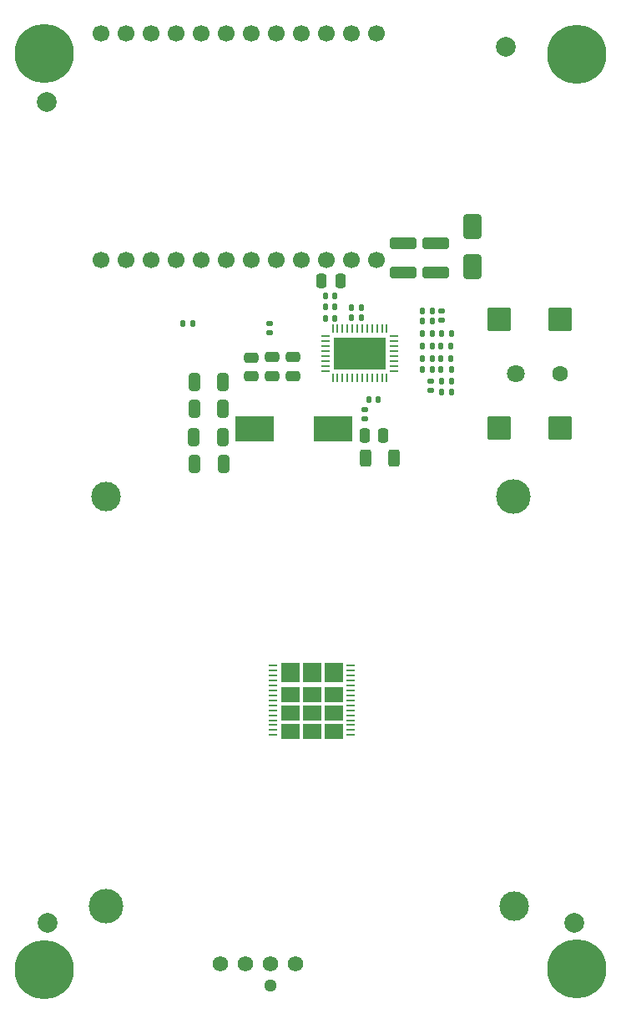
<source format=gbs>
G04 #@! TF.GenerationSoftware,KiCad,Pcbnew,8.0.4*
G04 #@! TF.CreationDate,2025-01-19T11:33:20+01:00*
G04 #@! TF.ProjectId,nerdaxe-gamma,6e657264-6178-4652-9d67-616d6d612e6b,rev?*
G04 #@! TF.SameCoordinates,Original*
G04 #@! TF.FileFunction,Soldermask,Bot*
G04 #@! TF.FilePolarity,Negative*
%FSLAX46Y46*%
G04 Gerber Fmt 4.6, Leading zero omitted, Abs format (unit mm)*
G04 Created by KiCad (PCBNEW 8.0.4) date 2025-01-19 11:33:20*
%MOMM*%
%LPD*%
G01*
G04 APERTURE LIST*
G04 Aperture macros list*
%AMRoundRect*
0 Rectangle with rounded corners*
0 $1 Rounding radius*
0 $2 $3 $4 $5 $6 $7 $8 $9 X,Y pos of 4 corners*
0 Add a 4 corners polygon primitive as box body*
4,1,4,$2,$3,$4,$5,$6,$7,$8,$9,$2,$3,0*
0 Add four circle primitives for the rounded corners*
1,1,$1+$1,$2,$3*
1,1,$1+$1,$4,$5*
1,1,$1+$1,$6,$7*
1,1,$1+$1,$8,$9*
0 Add four rect primitives between the rounded corners*
20,1,$1+$1,$2,$3,$4,$5,0*
20,1,$1+$1,$4,$5,$6,$7,0*
20,1,$1+$1,$6,$7,$8,$9,0*
20,1,$1+$1,$8,$9,$2,$3,0*%
G04 Aperture macros list end*
%ADD10C,0.120000*%
%ADD11C,3.000000*%
%ADD12C,0.800000*%
%ADD13C,6.000000*%
%ADD14C,3.500000*%
%ADD15RoundRect,0.250000X0.325000X0.650000X-0.325000X0.650000X-0.325000X-0.650000X0.325000X-0.650000X0*%
%ADD16RoundRect,0.250000X0.475000X-0.250000X0.475000X0.250000X-0.475000X0.250000X-0.475000X-0.250000X0*%
%ADD17C,1.295400*%
%ADD18C,1.574800*%
%ADD19RoundRect,0.140000X0.140000X0.170000X-0.140000X0.170000X-0.140000X-0.170000X0.140000X-0.170000X0*%
%ADD20C,1.700000*%
%ADD21RoundRect,0.250000X-0.312500X-0.625000X0.312500X-0.625000X0.312500X0.625000X-0.312500X0.625000X0*%
%ADD22RoundRect,0.140000X-0.170000X0.140000X-0.170000X-0.140000X0.170000X-0.140000X0.170000X0.140000X0*%
%ADD23RoundRect,0.135000X0.135000X0.185000X-0.135000X0.185000X-0.135000X-0.185000X0.135000X-0.185000X0*%
%ADD24RoundRect,0.135000X-0.135000X-0.185000X0.135000X-0.185000X0.135000X0.185000X-0.135000X0.185000X0*%
%ADD25RoundRect,0.250000X0.650000X-1.000000X0.650000X1.000000X-0.650000X1.000000X-0.650000X-1.000000X0*%
%ADD26C,2.000000*%
%ADD27RoundRect,0.250000X1.100000X-0.325000X1.100000X0.325000X-1.100000X0.325000X-1.100000X-0.325000X0*%
%ADD28RoundRect,0.140000X-0.140000X-0.170000X0.140000X-0.170000X0.140000X0.170000X-0.140000X0.170000X0*%
%ADD29RoundRect,0.055250X0.340750X0.055250X-0.340750X0.055250X-0.340750X-0.055250X0.340750X-0.055250X0*%
%ADD30RoundRect,0.140000X0.170000X-0.140000X0.170000X0.140000X-0.170000X0.140000X-0.170000X-0.140000X0*%
%ADD31C,1.600000*%
%ADD32C,1.800000*%
%ADD33RoundRect,0.240400X-0.961600X0.961600X-0.961600X-0.961600X0.961600X-0.961600X0.961600X0.961600X0*%
%ADD34R,4.000000X2.600000*%
%ADD35RoundRect,0.062500X0.062500X-0.337500X0.062500X0.337500X-0.062500X0.337500X-0.062500X-0.337500X0*%
%ADD36RoundRect,0.062500X0.337500X-0.062500X0.337500X0.062500X-0.337500X0.062500X-0.337500X-0.062500X0*%
%ADD37C,0.400000*%
%ADD38R,5.300000X3.300000*%
%ADD39RoundRect,0.250000X0.250000X0.475000X-0.250000X0.475000X-0.250000X-0.475000X0.250000X-0.475000X0*%
G04 APERTURE END LIST*
D10*
X104290562Y-115206000D02*
X102510562Y-115206000D01*
X102510562Y-116646000D01*
X104290562Y-116646000D01*
X104290562Y-115206000D01*
G36*
X104290562Y-115206000D02*
G01*
X102510562Y-115206000D01*
X102510562Y-116646000D01*
X104290562Y-116646000D01*
X104290562Y-115206000D01*
G37*
X104290562Y-118916000D02*
X102510562Y-118916000D01*
X102510562Y-120356000D01*
X104290562Y-120356000D01*
X104290562Y-118916000D01*
G36*
X104290562Y-118916000D02*
G01*
X102510562Y-118916000D01*
X102510562Y-120356000D01*
X104290562Y-120356000D01*
X104290562Y-118916000D01*
G37*
X104300562Y-112726000D02*
X102520562Y-112726000D01*
X102520562Y-114596000D01*
X104300562Y-114596000D01*
X104300562Y-112726000D01*
G36*
X104300562Y-112726000D02*
G01*
X102520562Y-112726000D01*
X102520562Y-114596000D01*
X104300562Y-114596000D01*
X104300562Y-112726000D01*
G37*
X104300562Y-117046000D02*
X102520562Y-117046000D01*
X102520562Y-118486000D01*
X104300562Y-118486000D01*
X104300562Y-117046000D01*
G36*
X104300562Y-117046000D02*
G01*
X102520562Y-117046000D01*
X102520562Y-118486000D01*
X104300562Y-118486000D01*
X104300562Y-117046000D01*
G37*
X106500562Y-115206000D02*
X104720562Y-115206000D01*
X104720562Y-116646000D01*
X106500562Y-116646000D01*
X106500562Y-115206000D01*
G36*
X106500562Y-115206000D02*
G01*
X104720562Y-115206000D01*
X104720562Y-116646000D01*
X106500562Y-116646000D01*
X106500562Y-115206000D01*
G37*
X106500562Y-118916000D02*
X104720562Y-118916000D01*
X104720562Y-120356000D01*
X106500562Y-120356000D01*
X106500562Y-118916000D01*
G36*
X106500562Y-118916000D02*
G01*
X104720562Y-118916000D01*
X104720562Y-120356000D01*
X106500562Y-120356000D01*
X106500562Y-118916000D01*
G37*
X106510562Y-112736000D02*
X104730562Y-112736000D01*
X104730562Y-114606000D01*
X106510562Y-114606000D01*
X106510562Y-112736000D01*
G36*
X106510562Y-112736000D02*
G01*
X104730562Y-112736000D01*
X104730562Y-114606000D01*
X106510562Y-114606000D01*
X106510562Y-112736000D01*
G37*
X106510562Y-117046000D02*
X104730562Y-117046000D01*
X104730562Y-118486000D01*
X106510562Y-118486000D01*
X106510562Y-117046000D01*
G36*
X106510562Y-117046000D02*
G01*
X104730562Y-117046000D01*
X104730562Y-118486000D01*
X106510562Y-118486000D01*
X106510562Y-117046000D01*
G37*
X108710562Y-112746000D02*
X106930562Y-112746000D01*
X106930562Y-114626000D01*
X108710562Y-114626000D01*
X108710562Y-112746000D01*
G36*
X108710562Y-112746000D02*
G01*
X106930562Y-112746000D01*
X106930562Y-114626000D01*
X108710562Y-114626000D01*
X108710562Y-112746000D01*
G37*
X108710562Y-115216000D02*
X106930562Y-115216000D01*
X106930562Y-116656000D01*
X108710562Y-116656000D01*
X108710562Y-115216000D01*
G36*
X108710562Y-115216000D02*
G01*
X106930562Y-115216000D01*
X106930562Y-116656000D01*
X108710562Y-116656000D01*
X108710562Y-115216000D01*
G37*
X108710562Y-118926000D02*
X106930562Y-118926000D01*
X106930562Y-120366000D01*
X108710562Y-120366000D01*
X108710562Y-118926000D01*
G36*
X108710562Y-118926000D02*
G01*
X106930562Y-118926000D01*
X106930562Y-120366000D01*
X108710562Y-120366000D01*
X108710562Y-118926000D01*
G37*
X108720562Y-117056000D02*
X106940562Y-117056000D01*
X106940562Y-118496000D01*
X108720562Y-118496000D01*
X108720562Y-117056000D01*
G36*
X108720562Y-117056000D02*
G01*
X106940562Y-117056000D01*
X106940562Y-118496000D01*
X108720562Y-118496000D01*
X108720562Y-117056000D01*
G37*
D11*
X84764000Y-95943000D03*
X126130000Y-137350000D03*
D12*
X130250000Y-51120990D03*
X130909010Y-49530000D03*
X130909010Y-52711980D03*
X132500000Y-48870990D03*
D13*
X132500000Y-51120990D03*
D12*
X132500000Y-53370990D03*
X134090990Y-49530000D03*
X134090990Y-52711980D03*
X134750000Y-51120990D03*
X130250000Y-143728000D03*
X130909010Y-142137010D03*
X130909010Y-145318990D03*
X132500000Y-141478000D03*
D13*
X132500000Y-143728000D03*
D12*
X132500000Y-145978000D03*
X134090990Y-142137010D03*
X134090990Y-145318990D03*
X134750000Y-143728000D03*
X76250000Y-143855000D03*
X76909010Y-142264010D03*
X76909010Y-145445990D03*
X78500000Y-141605000D03*
D13*
X78500000Y-143855000D03*
D12*
X78500000Y-146105000D03*
X80090990Y-142264010D03*
X80090990Y-145445990D03*
X80750000Y-143855000D03*
D14*
X84710000Y-137360000D03*
D12*
X76250000Y-51054000D03*
X76909010Y-49463010D03*
X76909010Y-52644990D03*
X78500000Y-48804000D03*
D13*
X78500000Y-51054000D03*
D12*
X78500000Y-53304000D03*
X80090990Y-49463010D03*
X80090990Y-52644990D03*
X80750000Y-51054000D03*
D14*
X126060000Y-95869000D03*
D15*
X96635000Y-84328000D03*
X93685000Y-84328000D03*
D16*
X103710000Y-83687000D03*
X103710000Y-81787000D03*
D17*
X101462400Y-145400852D03*
D18*
X96382400Y-143240851D03*
X98922400Y-143240851D03*
X101462400Y-143240851D03*
X104002400Y-143240851D03*
D19*
X107980000Y-76708000D03*
X107020000Y-76708000D03*
D20*
X84250000Y-71942000D03*
X86790000Y-71942000D03*
X89330000Y-71942000D03*
X91870000Y-71942000D03*
X94410000Y-71942000D03*
X96950000Y-71942000D03*
X99490000Y-71942000D03*
X102030000Y-71942000D03*
X104570000Y-71942000D03*
X107110000Y-71942000D03*
X109650000Y-71942000D03*
X112190000Y-71942000D03*
X112190000Y-49022000D03*
X109650000Y-49022000D03*
X107110000Y-49022000D03*
X104570000Y-49022000D03*
X102030000Y-49022000D03*
X99490000Y-49022000D03*
X96950000Y-49022000D03*
X94410000Y-49022000D03*
X91870000Y-49022000D03*
X89330000Y-49022000D03*
X86790000Y-49022000D03*
X84250000Y-49022000D03*
D21*
X111057500Y-92037000D03*
X113982500Y-92037000D03*
D22*
X117718000Y-84229000D03*
X117718000Y-85189000D03*
D16*
X99490000Y-83707000D03*
X99490000Y-81807000D03*
D23*
X119763000Y-83058000D03*
X118743000Y-83058000D03*
D24*
X116846000Y-77089000D03*
X117866000Y-77089000D03*
X109680000Y-76757000D03*
X110700000Y-76757000D03*
D15*
X96598000Y-89916000D03*
X93648000Y-89916000D03*
D25*
X121920000Y-72580000D03*
X121920000Y-68580000D03*
D26*
X132260000Y-139060000D03*
D16*
X101590000Y-83687000D03*
X101590000Y-81787000D03*
D22*
X101320000Y-78387000D03*
X101320000Y-79347000D03*
D23*
X119771000Y-79375000D03*
X118751000Y-79375000D03*
D27*
X114935000Y-73198000D03*
X114935000Y-70248000D03*
D19*
X107980000Y-77827000D03*
X107020000Y-77827000D03*
D24*
X116828000Y-81915000D03*
X117848000Y-81915000D03*
D22*
X110970000Y-87107000D03*
X110970000Y-88067000D03*
D28*
X116868000Y-78105000D03*
X117828000Y-78105000D03*
D23*
X117858000Y-83058000D03*
X116838000Y-83058000D03*
D24*
X116838000Y-79375000D03*
X117858000Y-79375000D03*
D29*
X109526562Y-113032000D03*
X109526562Y-113534000D03*
X109526562Y-114036000D03*
X109526562Y-114538000D03*
X109526562Y-115040000D03*
X109526562Y-115542000D03*
X109526562Y-116044000D03*
X109526562Y-116546000D03*
X109526562Y-117048000D03*
X109526562Y-117550000D03*
X109526562Y-118052000D03*
X109526562Y-118554000D03*
X109526562Y-119056000D03*
X109526562Y-119558000D03*
X109526562Y-120060000D03*
X101694562Y-120060000D03*
X101694562Y-119558000D03*
X101694562Y-119056000D03*
X101694562Y-118554000D03*
X101694562Y-118052000D03*
X101694562Y-117550000D03*
X101694562Y-117048000D03*
X101694562Y-116546000D03*
X101694562Y-116044000D03*
X101694562Y-115542000D03*
X101694562Y-115040000D03*
X101694562Y-114538000D03*
X101694562Y-114036000D03*
X101694562Y-113534000D03*
X101694562Y-113032000D03*
D24*
X109670000Y-77817000D03*
X110690000Y-77817000D03*
D15*
X96635000Y-86995000D03*
X93685000Y-86995000D03*
D23*
X119758000Y-80645000D03*
X118738000Y-80645000D03*
D19*
X107960000Y-75565000D03*
X107000000Y-75565000D03*
D26*
X78850000Y-139070000D03*
D24*
X118748000Y-85344000D03*
X119768000Y-85344000D03*
D30*
X118753000Y-78077000D03*
X118753000Y-77117000D03*
D31*
X130810000Y-83439000D03*
D32*
X126310000Y-83439000D03*
D33*
X130810000Y-77939000D03*
X124610000Y-77939000D03*
X130810000Y-88939000D03*
X124610000Y-88939000D03*
D34*
X107775000Y-89082000D03*
X99825000Y-89082000D03*
D15*
X96655000Y-92583000D03*
X93705000Y-92583000D03*
D28*
X111420000Y-86047000D03*
X112380000Y-86047000D03*
D23*
X93590000Y-78337000D03*
X92570000Y-78337000D03*
D35*
X113240000Y-83917000D03*
X112740000Y-83917000D03*
X112240000Y-83917000D03*
X111740000Y-83917000D03*
X111240000Y-83917000D03*
X110740000Y-83917000D03*
X110240000Y-83917000D03*
X109740000Y-83917000D03*
X109240000Y-83917000D03*
X108740000Y-83917000D03*
X108240000Y-83917000D03*
X107740000Y-83917000D03*
D36*
X106990000Y-83167000D03*
X106990000Y-82667000D03*
X106990000Y-82167000D03*
X106990000Y-81667000D03*
X106990000Y-81167000D03*
X106990000Y-80667000D03*
X106990000Y-80167000D03*
X106990000Y-79667000D03*
D35*
X107740000Y-78917000D03*
X108240000Y-78917000D03*
X108740000Y-78917000D03*
X109240000Y-78917000D03*
X109740000Y-78917000D03*
X110240000Y-78917000D03*
X110740000Y-78917000D03*
X111240000Y-78917000D03*
X111740000Y-78917000D03*
X112240000Y-78917000D03*
X112740000Y-78917000D03*
X113240000Y-78917000D03*
D36*
X113990000Y-79667000D03*
X113990000Y-80167000D03*
X113990000Y-80667000D03*
X113990000Y-81167000D03*
X113990000Y-81667000D03*
X113990000Y-82167000D03*
X113990000Y-82667000D03*
X113990000Y-83167000D03*
D37*
X109090000Y-82697000D03*
X110490000Y-82697000D03*
X111890000Y-82697000D03*
X108090000Y-81417000D03*
X109090000Y-81417000D03*
X110490000Y-81417000D03*
D38*
X110490000Y-81417000D03*
D37*
X111890000Y-81417000D03*
X112890000Y-81417000D03*
X109090000Y-80137000D03*
X110490000Y-80137000D03*
X111890000Y-80137000D03*
D27*
X118237000Y-73198000D03*
X118237000Y-70248000D03*
D23*
X119758000Y-81915000D03*
X118738000Y-81915000D03*
D26*
X125270000Y-50310000D03*
D24*
X116828000Y-80645000D03*
X117848000Y-80645000D03*
D39*
X112880000Y-89687000D03*
X110980000Y-89687000D03*
D26*
X78750000Y-55900000D03*
D23*
X119768000Y-84201000D03*
X118748000Y-84201000D03*
D39*
X108519000Y-74041000D03*
X106619000Y-74041000D03*
M02*

</source>
